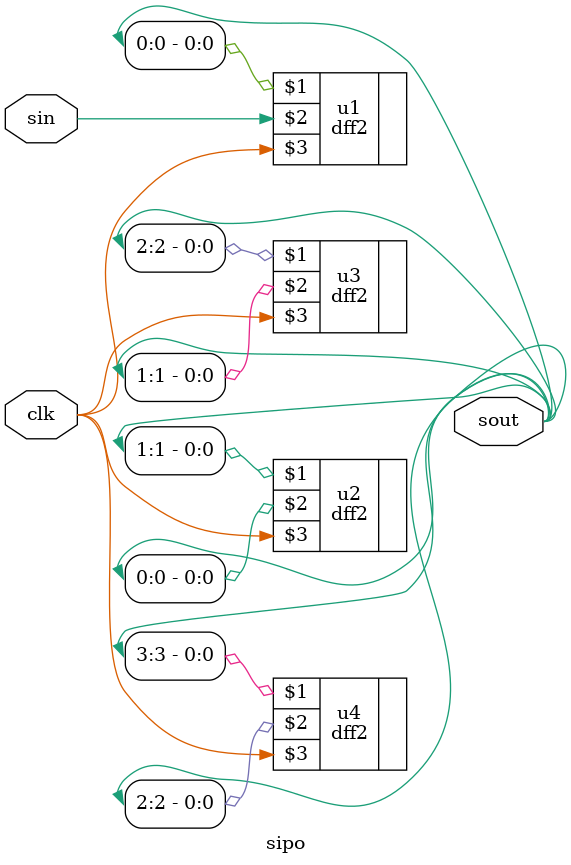
<source format=v>
module sipo(sout,sin,clk);
    output [3:0]sout;
    input sin,clk;
    dff2 u1(sout[0],sin,clk);
    dff2 u2(sout[1],sout[0],clk);
    dff2 u3(sout[2],sout[1],clk);
    dff2 u4(sout[3],sout[2],clk);
endmodule
</source>
